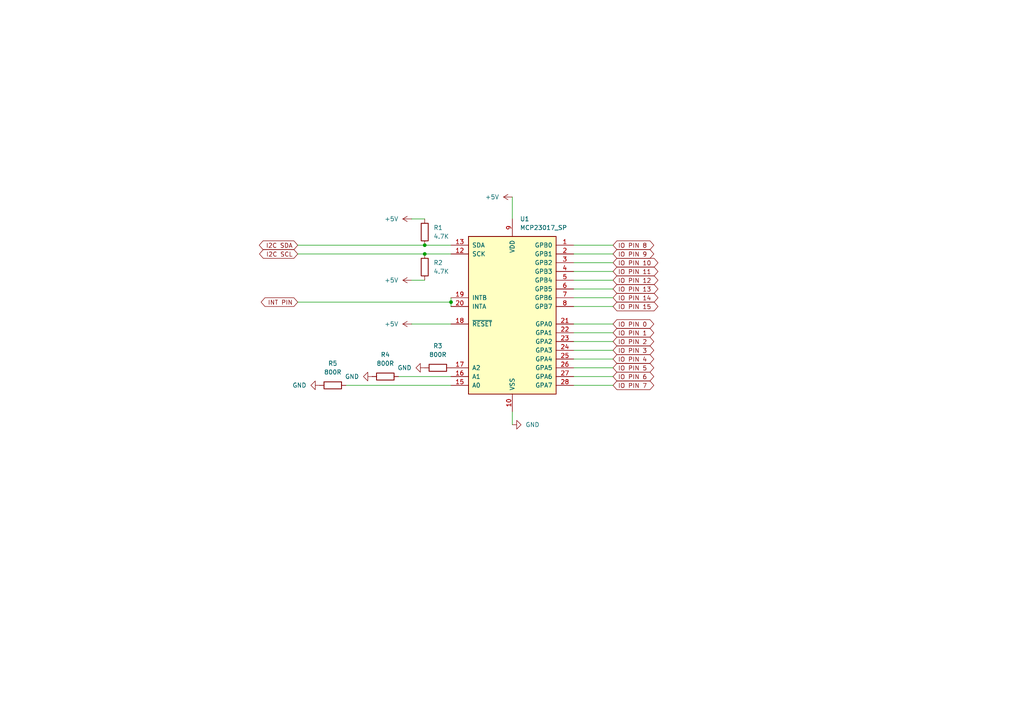
<source format=kicad_sch>
(kicad_sch (version 20231120) (generator "eeschema") (generator_version "8.0")
  (paper "A4")
  (lib_symbols
    (symbol "Device:R" (pin_numbers hide) (pin_names (offset 0))
      (property "Reference" "R" (at 2.032 0 90))
      (property "Value" "R" (at 0 0 90))
      (symbol "R_0_1"
        (rectangle (start -1.016 -2.54) (end 1.016 2.54) (stroke (width 0.254)))
      )
      (symbol "R_1_1"
        (pin passive line (at 0 3.81 270) (length 1.27) (name "~") (number "1"))
        (pin passive line (at 0 -3.81 90) (length 1.27) (name "~") (number "2"))
      )
    )
    (symbol "Interface_Expansion:MCP23017_SP" (pin_names (offset 1.016))
      (property "Reference" "U" (at -11.43 24.13 0))
      (property "Value" "MCP23017_SP" (at 0 0 0))
      (symbol "MCP23017_SP_0_1"
        (rectangle (start -12.7 22.86) (end 12.7 -22.86) (stroke (width 0.254)) (fill (type background)))
      )
      (symbol "MCP23017_SP_1_1"
        (pin bidirectional line (at 17.78 20.32 180) (length 5.08) (name "GPB0") (number "1"))
        (pin power_in line (at 0 -27.94 90) (length 5.08) (name "VSS") (number "10"))
        (pin no_connect line (at -12.7 15.24 0) (length 5.08) hide (name "NC") (number "11"))
        (pin input line (at -17.78 17.78 0) (length 5.08) (name "SCK") (number "12"))
        (pin bidirectional line (at -17.78 20.32 0) (length 5.08) (name "SDA") (number "13"))
        (pin no_connect line (at -12.7 12.7 0) (length 5.08) hide (name "NC") (number "14"))
        (pin input line (at -17.78 -20.32 0) (length 5.08) (name "A0") (number "15"))
        (pin input line (at -17.78 -17.78 0) (length 5.08) (name "A1") (number "16"))
        (pin input line (at -17.78 -15.24 0) (length 5.08) (name "A2") (number "17"))
        (pin input line (at -17.78 -2.54 0) (length 5.08) (name "~{RESET}") (number "18"))
        (pin tri_state line (at -17.78 5.08 0) (length 5.08) (name "INTB") (number "19"))
        (pin bidirectional line (at 17.78 17.78 180) (length 5.08) (name "GPB1") (number "2"))
        (pin tri_state line (at -17.78 2.54 0) (length 5.08) (name "INTA") (number "20"))
        (pin bidirectional line (at 17.78 -2.54 180) (length 5.08) (name "GPA0") (number "21"))
        (pin bidirectional line (at 17.78 -5.08 180) (length 5.08) (name "GPA1") (number "22"))
        (pin bidirectional line (at 17.78 -7.62 180) (length 5.08) (name "GPA2") (number "23"))
        (pin bidirectional line (at 17.78 -10.16 180) (length 5.08) (name "GPA3") (number "24"))
        (pin bidirectional line (at 17.78 -12.7 180) (length 5.08) (name "GPA4") (number "25"))
        (pin bidirectional line (at 17.78 -15.24 180) (length 5.08) (name "GPA5") (number "26"))
        (pin bidirectional line (at 17.78 -17.78 180) (length 5.08) (name "GPA6") (number "27"))
        (pin bidirectional line (at 17.78 -20.32 180) (length 5.08) (name "GPA7") (number "28"))
        (pin bidirectional line (at 17.78 15.24 180) (length 5.08) (name "GPB2") (number "3"))
        (pin bidirectional line (at 17.78 12.7 180) (length 5.08) (name "GPB3") (number "4"))
        (pin bidirectional line (at 17.78 10.16 180) (length 5.08) (name "GPB4") (number "5"))
        (pin bidirectional line (at 17.78 7.62 180) (length 5.08) (name "GPB5") (number "6"))
        (pin bidirectional line (at 17.78 5.08 180) (length 5.08) (name "GPB6") (number "7"))
        (pin bidirectional line (at 17.78 2.54 180) (length 5.08) (name "GPB7") (number "8"))
        (pin power_in line (at 0 27.94 270) (length 5.08) (name "VDD") (number "9"))
      )
    )
    (symbol "power:+5V" (power) (pin_numbers hide) (pin_names (offset 0) hide)
      (property "Value" "+5V" (at 0 3.556 0))
      (symbol "+5V_0_1"
        (polyline (pts (xy -0.762 1.27) (xy 0 2.54)))
        (polyline (pts (xy 0 0) (xy 0 2.54)))
        (polyline (pts (xy 0 2.54) (xy 0.762 1.27)))
      )
      (symbol "+5V_1_1"
        (pin power_in line (at 0 0 90) (length 0) (name "~") (number "1"))
      )
    )
    (symbol "power:GND" (power) (pin_numbers hide) (pin_names (offset 0) hide)
      (property "Value" "GND" (at 0 -3.81 0))
      (symbol "GND_0_1"
        (polyline (pts (xy 0 0) (xy 0 -1.27) (xy 1.27 -1.27) (xy 0 -2.54) (xy -1.27 -1.27) (xy 0 -1.27)))
      )
      (symbol "GND_1_1"
        (pin power_in line (at 0 0 270) (length 0) (name "~") (number "1"))
      )
    )
  )
  (junction (at 130.81 87.63))
  (junction (at 123.19 73.66))
  (junction (at 123.19 71.12))
  (wire (pts (xy 100.33 111.76) (xy 130.81 111.76)))
  (wire (pts (xy 119.38 93.98) (xy 130.81 93.98)))
  (wire (pts (xy 130.81 87.63) (xy 130.81 88.9)))
  (wire (pts (xy 166.37 88.9) (xy 177.8 88.9)))
  (wire (pts (xy 166.37 109.22) (xy 177.8 109.22)))
  (wire (pts (xy 148.59 119.38) (xy 148.59 123.19)))
  (wire (pts (xy 166.37 99.06) (xy 177.8 99.06)))
  (wire (pts (xy 166.37 111.76) (xy 177.8 111.76)))
  (wire (pts (xy 86.36 71.12) (xy 123.19 71.12)))
  (wire (pts (xy 123.19 71.12) (xy 130.81 71.12)))
  (wire (pts (xy 130.81 86.36) (xy 130.81 87.63)))
  (wire (pts (xy 166.37 93.98) (xy 177.8 93.98)))
  (wire (pts (xy 123.19 73.66) (xy 130.81 73.66)))
  (wire (pts (xy 166.37 73.66) (xy 177.8 73.66)))
  (wire (pts (xy 166.37 106.68) (xy 177.8 106.68)))
  (wire (pts (xy 166.37 78.74) (xy 177.8 78.74)))
  (wire (pts (xy 148.59 57.15) (xy 148.59 63.5)))
  (wire (pts (xy 115.57 109.22) (xy 130.81 109.22)))
  (wire (pts (xy 86.36 87.63) (xy 130.81 87.63)))
  (wire (pts (xy 166.37 96.52) (xy 177.8 96.52)))
  (wire (pts (xy 166.37 76.2) (xy 177.8 76.2)))
  (wire (pts (xy 119.38 81.28) (xy 123.19 81.28)))
  (wire (pts (xy 166.37 81.28) (xy 177.8 81.28)))
  (wire (pts (xy 166.37 104.14) (xy 177.8 104.14)))
  (wire (pts (xy 166.37 71.12) (xy 177.8 71.12)))
  (wire (pts (xy 166.37 86.36) (xy 177.8 86.36)))
  (wire (pts (xy 123.19 63.5) (xy 119.38 63.5)))
  (wire (pts (xy 166.37 101.6) (xy 177.8 101.6)))
  (wire (pts (xy 166.37 83.82) (xy 177.8 83.82)))
  (wire (pts (xy 86.36 73.66) (xy 123.19 73.66)))
  (global_label "IO PIN 1" (shape bidirectional) (at 177.8 96.52 0) (property "Intersheetrefs" "${INTERSHEET_REFS}" (effects (hide yes))))
  (global_label "IO PIN 6" (shape bidirectional) (at 177.8 109.22 0) (property "Intersheetrefs" "${INTERSHEET_REFS}" (effects (hide yes))))
  (global_label "IO PIN 7" (shape bidirectional) (at 177.8 111.76 0) (property "Intersheetrefs" "${INTERSHEET_REFS}" (effects (hide yes))))
  (global_label "IO PIN 5" (shape bidirectional) (at 177.8 106.68 0) (property "Intersheetrefs" "${INTERSHEET_REFS}" (effects (hide yes))))
  (global_label "IO PIN 11" (shape bidirectional) (at 177.8 78.74 0) (property "Intersheetrefs" "${INTERSHEET_REFS}" (effects (hide yes))))
  (global_label "IO PIN 9" (shape bidirectional) (at 177.8 73.66 0) (property "Intersheetrefs" "${INTERSHEET_REFS}" (effects (hide yes))))
  (global_label "IO PIN 8" (shape bidirectional) (at 177.8 71.12 0) (property "Intersheetrefs" "${INTERSHEET_REFS}" (effects (hide yes))))
  (global_label "IO PIN 10" (shape bidirectional) (at 177.8 76.2 0) (property "Intersheetrefs" "${INTERSHEET_REFS}" (effects (hide yes))))
  (global_label "IO PIN 14" (shape bidirectional) (at 177.8 86.36 0) (property "Intersheetrefs" "${INTERSHEET_REFS}" (effects (hide yes))))
  (global_label "IO PIN 0" (shape bidirectional) (at 177.8 93.98 0) (property "Intersheetrefs" "${INTERSHEET_REFS}" (effects (hide yes))))
  (global_label "I2C SCL" (shape bidirectional) (at 86.36 73.66 180) (property "Intersheetrefs" "${INTERSHEET_REFS}" (effects (hide yes))))
  (global_label "IO PIN 2" (shape bidirectional) (at 177.8 99.06 0) (property "Intersheetrefs" "${INTERSHEET_REFS}" (effects (hide yes))))
  (global_label "IO PIN 15" (shape bidirectional) (at 177.8 88.9 0) (property "Intersheetrefs" "${INTERSHEET_REFS}" (effects (hide yes))))
  (global_label "I2C SDA" (shape bidirectional) (at 86.36 71.12 180) (property "Intersheetrefs" "${INTERSHEET_REFS}" (effects (hide yes))))
  (global_label "IO PIN 12" (shape bidirectional) (at 177.8 81.28 0) (property "Intersheetrefs" "${INTERSHEET_REFS}" (effects (hide yes))))
  (global_label "IO PIN 4" (shape bidirectional) (at 177.8 104.14 0) (property "Intersheetrefs" "${INTERSHEET_REFS}" (effects (hide yes))))
  (global_label "IO PIN 3" (shape bidirectional) (at 177.8 101.6 0) (property "Intersheetrefs" "${INTERSHEET_REFS}" (effects (hide yes))))
  (global_label "IO PIN 13" (shape bidirectional) (at 177.8 83.82 0) (property "Intersheetrefs" "${INTERSHEET_REFS}" (effects (hide yes))))
  (global_label "INT PIN" (shape bidirectional) (at 86.36 87.63 180) (property "Intersheetrefs" "${INTERSHEET_REFS}" (effects (hide yes))))
  (symbol (lib_id "power:GND") (at 107.95 109.22 270) (unit 1)
    (property "Reference" "#PWR07" (effects (hide yes)))
    (property "Value" "GND" (at 104.14 109.2199 90) (effects (justify right)))
    (property "Description" "Power symbol creates a global label with name \"GND\" , ground" (effects (hide yes)))
  )
  (symbol (lib_id "power:GND") (at 92.71 111.76 270) (unit 1)
    (property "Reference" "#PWR06" (effects (hide yes)))
    (property "Value" "GND" (at 88.9 111.7599 90) (effects (justify right)))
    (property "Description" "Power symbol creates a global label with name \"GND\" , ground" (effects (hide yes)))
  )
  (symbol (lib_id "power:+5V") (at 119.38 93.98 90) (unit 1)
    (property "Reference" "#PWR03" (effects (hide yes)))
    (property "Value" "+5V" (at 115.57 93.9799 90) (effects (justify left)))
    (property "Description" "Power symbol creates a global label with name \"+5V\"" (effects (hide yes)))
  )
  (symbol (lib_id "power:GND") (at 123.19 106.68 270) (unit 1)
    (property "Reference" "#PWR08" (effects (hide yes)))
    (property "Value" "GND" (at 119.38 106.6799 90) (effects (justify right)))
    (property "Description" "Power symbol creates a global label with name \"GND\" , ground" (effects (hide yes)))
  )
  (symbol (lib_id "Device:R") (at 123.19 77.47 0) (unit 1)
    (property "Reference" "R2" (at 125.73 76.1999 0) (effects (justify left)))
    (property "Value" "4.7K" (at 125.73 78.7399 0) (effects (justify left)))
    (property "Description" "Resistor" (effects (hide yes)))
  )
  (symbol (lib_id "power:+5V") (at 148.59 57.15 90) (unit 1)
    (property "Reference" "#PWR04" (effects (hide yes)))
    (property "Value" "+5V" (at 144.78 57.1499 90) (effects (justify left)))
    (property "Description" "Power symbol creates a global label with name \"+5V\"" (effects (hide yes)))
  )
  (symbol (lib_id "power:+5V") (at 119.38 63.5 90) (unit 1)
    (property "Reference" "#PWR01" (effects (hide yes)))
    (property "Value" "+5V" (at 115.57 63.4999 90) (effects (justify left)))
    (property "Description" "Power symbol creates a global label with name \"+5V\"" (effects (hide yes)))
  )
  (symbol (lib_id "Device:R") (at 123.19 67.31 0) (unit 1)
    (property "Reference" "R1" (at 125.73 66.0399 0) (effects (justify left)))
    (property "Value" "4.7K" (at 125.73 68.5799 0) (effects (justify left)))
    (property "Description" "Resistor" (effects (hide yes)))
  )
  (symbol (lib_id "Interface_Expansion:MCP23017_SP") (at 148.59 91.44 0) (unit 1)
    (property "Reference" "U1" (at 150.7841 63.5 0) (effects (justify left)))
    (property "Value" "MCP23017_SP" (at 150.7841 66.04 0) (effects (justify left)))
    (property "Footprint" "Package_DIP:DIP-28_W7.62mm" (effects (hide yes)))
    (property "Datasheet" "http://ww1.microchip.com/downloads/en/DeviceDoc/20001952C.pdf" (effects (hide yes)))
    (property "Description" "16-bit I/O expander, I2C, interrupts, w pull-ups, SPDIP-28" (effects (hide yes)))
  )
  (symbol (lib_id "Device:R") (at 96.52 111.76 90) (unit 1)
    (property "Reference" "R5" (at 96.52 105.41 90))
    (property "Value" "800R" (at 96.52 107.95 90))
    (property "Description" "Resistor" (effects (hide yes)))
  )
  (symbol (lib_id "Device:R") (at 111.76 109.22 90) (unit 1)
    (property "Reference" "R4" (at 111.76 102.87 90))
    (property "Value" "800R" (at 111.76 105.41 90))
    (property "Description" "Resistor" (effects (hide yes)))
  )
  (symbol (lib_id "power:GND") (at 148.59 123.19 90) (unit 1)
    (property "Reference" "#PWR05" (effects (hide yes)))
    (property "Value" "GND" (at 152.4 123.1899 90) (effects (justify right)))
    (property "Description" "Power symbol creates a global label with name \"GND\" , ground" (effects (hide yes)))
  )
  (symbol (lib_id "Device:R") (at 127 106.68 90) (unit 1)
    (property "Reference" "R3" (at 127 100.33 90))
    (property "Value" "800R" (at 127 102.87 90))
    (property "Description" "Resistor" (effects (hide yes)))
  )
  (symbol (lib_id "power:+5V") (at 119.38 81.28 90) (unit 1)
    (property "Reference" "#PWR02" (effects (hide yes)))
    (property "Value" "+5V" (at 115.57 81.2799 90) (effects (justify left)))
    (property "Description" "Power symbol creates a global label with name \"+5V\"" (effects (hide yes)))
  )
)
</source>
